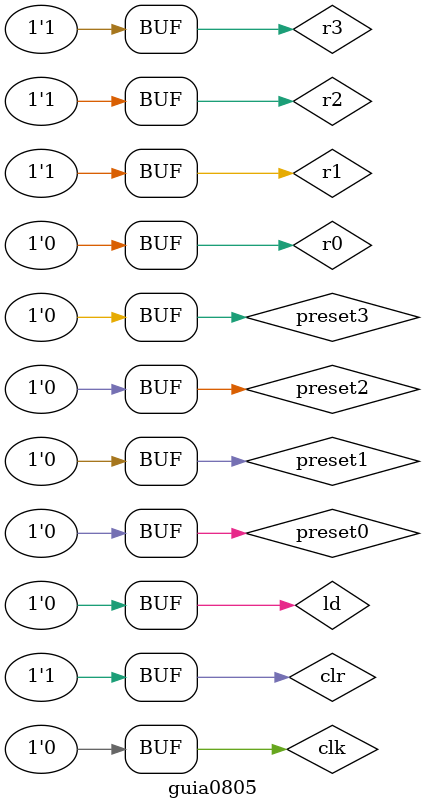
<source format=v>

module dff (output q, output qnot, input d, input clk,input clear,input preset );
reg q, qnot;
initial begin:start
q=0;
end

always @(posedge clk)
if(~clear)
begin
q<=0; qnot<=~q;
end

else
if(preset)
begin
q<=1; qnot<=~q;
end

else
begin
q<=d;
qnot=~q;
end

endmodule // dff

module guia0805;

reg  clk, clr, ld, r0, r1 ,r2 ,r3;
wire a, b, c, d, e, f, g, h, preset0, preset1, preset2, preset3;

and and1 (preset0, ld, r3);
and and2 (preset1, ld, r2);
and and3 (preset2, ld, r1);
and and4 (preset3, ld, r0);

dff d1 (a, e, 0, clk, clr, preset0);
dff d2 (b, f, a, clk, clr, preset1);
dff d3 (c, g, b, clk, clr, preset2);
dff d4 (d, h, c, clk, clr, preset3);

initial begin
$display ("a , b,  c, d" );
$monitor ("%b , %b , %b , %b", a, b, c, d);
#1 ld=0; clk=0; clr=1; r3=0; r2=1; r1=0; r0=0;
#1 ld=1; clk=1; clr=1; r3=0; r2=0; r1=0; r0=0;
#1 ld=1; clk=0; clr=1; r3=0; r2=0; r1=0; r0=0;
#1 ld=1; clk=1; clr=1; r3=0; r2=0; r1=1; r0=1;
#1 ld=1; clk=0; clr=1; r3=0; r2=0; r1=1; r0=0;
#1 ld=1; clk=1; clr=1; r3=0; r2=1; r1=0; r0=1;
#1 ld=1; clk=0; clr=1; r3=0; r2=1; r1=0; r0=0;
#1 ld=1; clk=1; clr=1; r3=0; r2=1; r1=1; r0=1;
#1 ld=1; clk=0; clr=1; r3=0; r2=1; r1=1; r0=0;
#1 ld=1; clk=1; clr=1; r3=1; r2=0; r1=0; r0=1;
#1 ld=1; clk=0; clr=1; r3=1; r2=0; r1=0; r0=0;
#1 ld=1; clk=1; clr=1; r3=1; r2=0; r1=1; r0=1;
#1 ld=1; clk=0; clr=1; r3=1; r2=0; r1=1; r0=0;
#1 ld=1; clk=1; clr=1; r3=1; r2=1; r1=0; r0=1;
#1 ld=0; clk=0; clr=1; r3=1; r2=1; r1=0; r0=0;
#1 ld=1; clk=1; clr=1; r3=1; r2=1; r1=1; r0=1;
#1 ld=0; clk=0; clr=1; r3=1; r2=1; r1=1; r0=0;





end
endmodule
</source>
